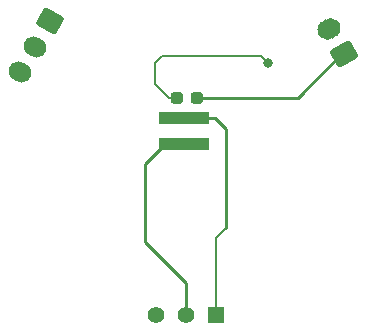
<source format=gbr>
%TF.GenerationSoftware,KiCad,Pcbnew,(6.0.8-1)-1*%
%TF.CreationDate,2022-11-30T21:43:59-05:00*%
%TF.ProjectId,Untitled,556e7469-746c-4656-942e-6b696361645f,rev?*%
%TF.SameCoordinates,Original*%
%TF.FileFunction,Copper,L1,Top*%
%TF.FilePolarity,Positive*%
%FSLAX46Y46*%
G04 Gerber Fmt 4.6, Leading zero omitted, Abs format (unit mm)*
G04 Created by KiCad (PCBNEW (6.0.8-1)-1) date 2022-11-30 21:43:59*
%MOMM*%
%LPD*%
G01*
G04 APERTURE LIST*
G04 Aperture macros list*
%AMRoundRect*
0 Rectangle with rounded corners*
0 $1 Rounding radius*
0 $2 $3 $4 $5 $6 $7 $8 $9 X,Y pos of 4 corners*
0 Add a 4 corners polygon primitive as box body*
4,1,4,$2,$3,$4,$5,$6,$7,$8,$9,$2,$3,0*
0 Add four circle primitives for the rounded corners*
1,1,$1+$1,$2,$3*
1,1,$1+$1,$4,$5*
1,1,$1+$1,$6,$7*
1,1,$1+$1,$8,$9*
0 Add four rect primitives between the rounded corners*
20,1,$1+$1,$2,$3,$4,$5,0*
20,1,$1+$1,$4,$5,$6,$7,0*
20,1,$1+$1,$6,$7,$8,$9,0*
20,1,$1+$1,$8,$9,$2,$3,0*%
%AMHorizOval*
0 Thick line with rounded ends*
0 $1 width*
0 $2 $3 position (X,Y) of the first rounded end (center of the circle)*
0 $4 $5 position (X,Y) of the second rounded end (center of the circle)*
0 Add line between two ends*
20,1,$1,$2,$3,$4,$5,0*
0 Add two circle primitives to create the rounded ends*
1,1,$1,$2,$3*
1,1,$1,$4,$5*%
G04 Aperture macros list end*
%TA.AperFunction,SMDPad,CuDef*%
%ADD10RoundRect,0.237500X-0.287500X-0.237500X0.287500X-0.237500X0.287500X0.237500X-0.287500X0.237500X0*%
%TD*%
%TA.AperFunction,SMDPad,CuDef*%
%ADD11R,4.300000X1.100000*%
%TD*%
%TA.AperFunction,ComponentPad*%
%ADD12RoundRect,0.250000X-0.327868X0.882115X-0.927868X-0.157115X0.327868X-0.882115X0.927868X0.157115X0*%
%TD*%
%TA.AperFunction,ComponentPad*%
%ADD13HorizOval,1.700000X-0.108253X0.062500X0.108253X-0.062500X0*%
%TD*%
%TA.AperFunction,ComponentPad*%
%ADD14R,1.397000X1.397000*%
%TD*%
%TA.AperFunction,ComponentPad*%
%ADD15C,1.397000*%
%TD*%
%TA.AperFunction,ComponentPad*%
%ADD16RoundRect,0.250000X0.949519X-0.144615X0.349519X0.894615X-0.949519X0.144615X-0.349519X-0.894615X0*%
%TD*%
%TA.AperFunction,ComponentPad*%
%ADD17HorizOval,1.700000X0.129904X0.075000X-0.129904X-0.075000X0*%
%TD*%
%TA.AperFunction,ViaPad*%
%ADD18C,0.800000*%
%TD*%
%TA.AperFunction,Conductor*%
%ADD19C,0.200000*%
%TD*%
%TA.AperFunction,Conductor*%
%ADD20C,0.250000*%
%TD*%
G04 APERTURE END LIST*
D10*
%TO.P,REF\u002A\u002A,1*%
%TO.N,N/C*%
X102865000Y-55200000D03*
%TO.P,REF\u002A\u002A,2*%
X104615000Y-55200000D03*
%TD*%
D11*
%TO.P,REF\u002A\u002A,1*%
%TO.N,N/C*%
X103490000Y-56910000D03*
%TO.P,REF\u002A\u002A,2*%
X103490000Y-59110000D03*
%TD*%
D12*
%TO.P,REF\u002A\u002A,1*%
%TO.N,N/C*%
X92095337Y-48672437D03*
D13*
%TO.P,REF\u002A\u002A,2*%
X90845337Y-50837501D03*
%TO.P,REF\u002A\u002A,3*%
X89595337Y-53002564D03*
%TD*%
D14*
%TO.P,REF\u002A\u002A,1*%
%TO.N,N/C*%
X106187500Y-73550100D03*
D15*
%TO.P,REF\u002A\u002A,2*%
X103647500Y-73550100D03*
%TO.P,REF\u002A\u002A,3*%
X101107500Y-73550100D03*
%TD*%
D16*
%TO.P,REF\u002A\u002A,1*%
%TO.N,N/C*%
X117000000Y-51500000D03*
D17*
%TO.P,REF\u002A\u002A,2*%
X115750000Y-49334936D03*
%TD*%
D18*
%TO.N,*%
X110600000Y-52200000D03*
%TD*%
D19*
%TO.N,*%
X110600000Y-52200000D02*
X110000000Y-51600000D01*
D20*
X100200000Y-67400000D02*
X103647500Y-70847500D01*
X101890000Y-59110000D02*
X100200000Y-60800000D01*
D19*
X106187500Y-67012500D02*
X106187500Y-73550100D01*
D20*
X103490000Y-56910000D02*
X106110000Y-56910000D01*
D19*
X101000000Y-54000000D02*
X102200000Y-55200000D01*
D20*
X113100000Y-55200000D02*
X116800000Y-51500000D01*
X116800000Y-51500000D02*
X117000000Y-51500000D01*
D19*
X110000000Y-51600000D02*
X101600000Y-51600000D01*
D20*
X103647500Y-70847500D02*
X103647500Y-73550100D01*
D19*
X102200000Y-55200000D02*
X102865000Y-55200000D01*
D20*
X103490000Y-59110000D02*
X101890000Y-59110000D01*
X106110000Y-56910000D02*
X107000000Y-57800000D01*
D19*
X101000000Y-52200000D02*
X101000000Y-54000000D01*
D20*
X104815000Y-55200000D02*
X113100000Y-55200000D01*
D19*
X101600000Y-51600000D02*
X101000000Y-52200000D01*
D20*
X100200000Y-60800000D02*
X100200000Y-67400000D01*
D19*
X107000000Y-66200000D02*
X106187500Y-67012500D01*
D20*
X107000000Y-57800000D02*
X107000000Y-66200000D01*
%TD*%
M02*

</source>
